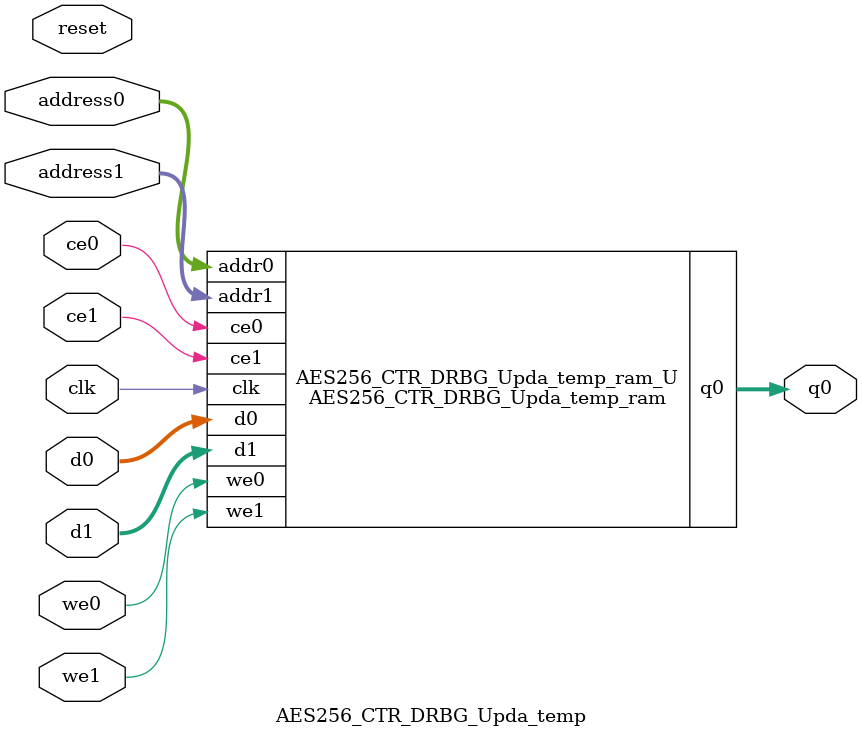
<source format=v>
`timescale 1 ns / 1 ps
module AES256_CTR_DRBG_Upda_temp_ram (addr0, ce0, d0, we0, q0, addr1, ce1, d1, we1,  clk);

parameter DWIDTH = 8;
parameter AWIDTH = 6;
parameter MEM_SIZE = 48;

input[AWIDTH-1:0] addr0;
input ce0;
input[DWIDTH-1:0] d0;
input we0;
output reg[DWIDTH-1:0] q0;
input[AWIDTH-1:0] addr1;
input ce1;
input[DWIDTH-1:0] d1;
input we1;
input clk;

(* ram_style = "block" *)reg [DWIDTH-1:0] ram[0:MEM_SIZE-1];




always @(posedge clk)  
begin 
    if (ce0) 
    begin
        if (we0) 
        begin 
            ram[addr0] <= d0; 
        end 
        q0 <= ram[addr0];
    end
end


always @(posedge clk)  
begin 
    if (ce1) 
    begin
        if (we1) 
        begin 
            ram[addr1] <= d1; 
        end 
    end
end


endmodule

`timescale 1 ns / 1 ps
module AES256_CTR_DRBG_Upda_temp(
    reset,
    clk,
    address0,
    ce0,
    we0,
    d0,
    q0,
    address1,
    ce1,
    we1,
    d1);

parameter DataWidth = 32'd8;
parameter AddressRange = 32'd48;
parameter AddressWidth = 32'd6;
input reset;
input clk;
input[AddressWidth - 1:0] address0;
input ce0;
input we0;
input[DataWidth - 1:0] d0;
output[DataWidth - 1:0] q0;
input[AddressWidth - 1:0] address1;
input ce1;
input we1;
input[DataWidth - 1:0] d1;



AES256_CTR_DRBG_Upda_temp_ram AES256_CTR_DRBG_Upda_temp_ram_U(
    .clk( clk ),
    .addr0( address0 ),
    .ce0( ce0 ),
    .we0( we0 ),
    .d0( d0 ),
    .q0( q0 ),
    .addr1( address1 ),
    .ce1( ce1 ),
    .we1( we1 ),
    .d1( d1 ));

endmodule


</source>
